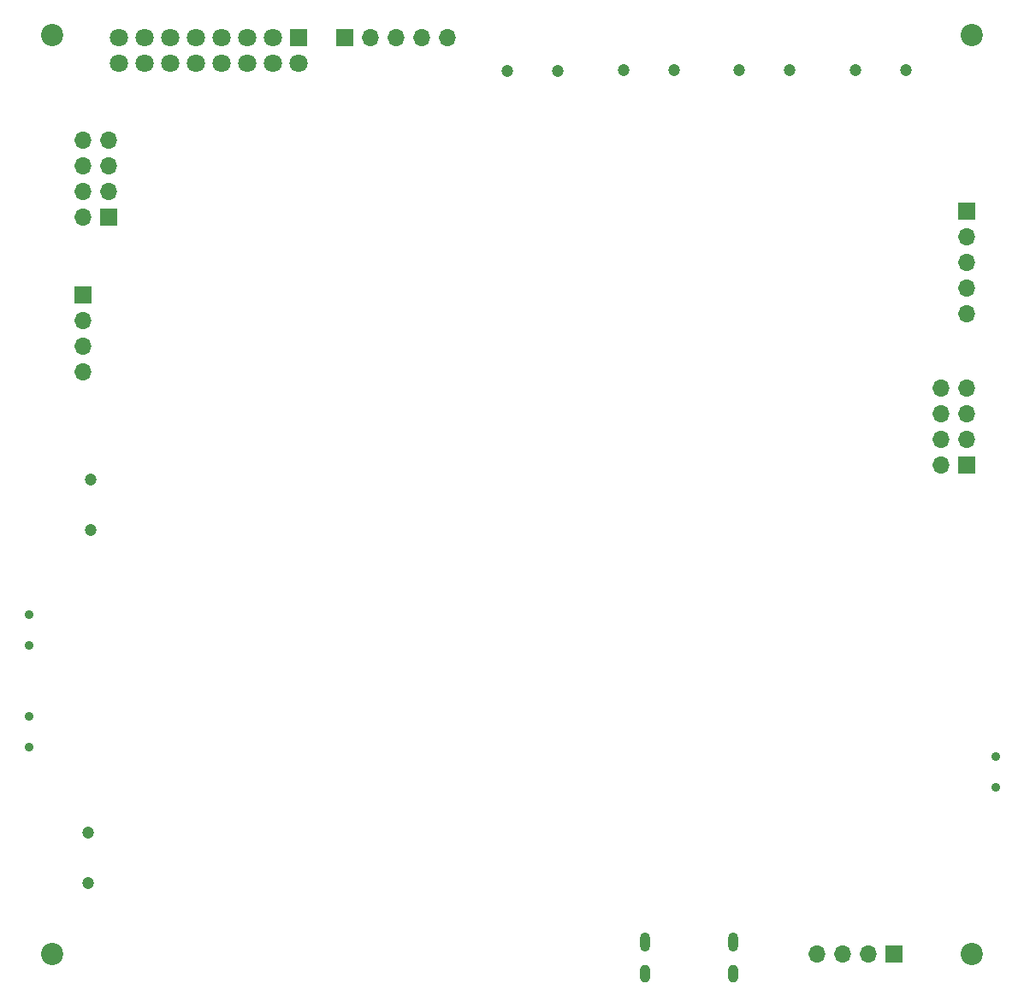
<source format=gbr>
%TF.GenerationSoftware,KiCad,Pcbnew,8.0.5*%
%TF.CreationDate,2024-10-26T23:32:17-04:00*%
%TF.ProjectId,stm-midi-poc1,73746d2d-6d69-4646-992d-706f63312e6b,1*%
%TF.SameCoordinates,Original*%
%TF.FileFunction,Soldermask,Bot*%
%TF.FilePolarity,Negative*%
%FSLAX46Y46*%
G04 Gerber Fmt 4.6, Leading zero omitted, Abs format (unit mm)*
G04 Created by KiCad (PCBNEW 8.0.5) date 2024-10-26 23:32:17*
%MOMM*%
%LPD*%
G01*
G04 APERTURE LIST*
%ADD10R,1.700000X1.700000*%
%ADD11O,1.700000X1.700000*%
%ADD12C,1.200000*%
%ADD13C,0.900000*%
%ADD14C,2.200000*%
%ADD15O,1.000000X1.900000*%
%ADD16O,1.000000X1.800000*%
%ADD17R,1.800000X1.800000*%
%ADD18C,1.800000*%
G04 APERTURE END LIST*
D10*
%TO.C,J9*%
X114500000Y-66700000D03*
D11*
X114500000Y-69240000D03*
X114500000Y-71780000D03*
X114500000Y-74320000D03*
%TD*%
D12*
%TO.C,CN4*%
X167991181Y-44478476D03*
X172991181Y-44478476D03*
%TD*%
D10*
%TO.C,J2*%
X202000000Y-58420000D03*
D11*
X202000000Y-60960000D03*
X202000000Y-63500000D03*
X202000000Y-66040000D03*
X202000000Y-68580000D03*
%TD*%
D13*
%TO.C,SW1*%
X204821181Y-115478476D03*
X204821181Y-112478476D03*
%TD*%
D12*
%TO.C,CN5*%
X114991181Y-125000000D03*
X114991181Y-120000000D03*
%TD*%
D14*
%TO.C,H3*%
X202491181Y-131978476D03*
%TD*%
D10*
%TO.C,J5*%
X194800000Y-132000000D03*
D11*
X192260000Y-132000000D03*
X189720000Y-132000000D03*
X187180000Y-132000000D03*
%TD*%
D12*
%TO.C,CN6*%
X115241181Y-90000000D03*
X115241181Y-85000000D03*
%TD*%
D13*
%TO.C,SW2*%
X109170000Y-108500000D03*
X109170000Y-111500000D03*
%TD*%
D10*
%TO.C,J3*%
X202000000Y-83580000D03*
D11*
X199460000Y-83580000D03*
X202000000Y-81040000D03*
X199460000Y-81040000D03*
X202000000Y-78500000D03*
X199460000Y-78500000D03*
X202000000Y-75960000D03*
X199460000Y-75960000D03*
%TD*%
D13*
%TO.C,SW3*%
X109170000Y-98401199D03*
X109170000Y-101401199D03*
%TD*%
D15*
%TO.C,J1*%
X170170000Y-130783476D03*
X178830000Y-130783476D03*
D16*
X178830000Y-133973476D03*
X170170000Y-133973476D03*
%TD*%
D10*
%TO.C,J6*%
X140425000Y-41198800D03*
D11*
X142965000Y-41198800D03*
X145505000Y-41198800D03*
X148045000Y-41198800D03*
X150585000Y-41198800D03*
%TD*%
D14*
%TO.C,H4*%
X111491179Y-131978478D03*
%TD*%
D12*
%TO.C,CN1*%
X190991181Y-44478472D03*
X195991181Y-44478472D03*
%TD*%
D17*
%TO.C,P1*%
X135890000Y-41230000D03*
D18*
X135890000Y-43770000D03*
X133350000Y-41230000D03*
X133350000Y-43770000D03*
X130810000Y-41230000D03*
X130810000Y-43770000D03*
X128270000Y-41230000D03*
X128270000Y-43770000D03*
X125730000Y-41230000D03*
X125730000Y-43770000D03*
X123190000Y-41230000D03*
X123190000Y-43770000D03*
X120650000Y-41230000D03*
X120650000Y-43770000D03*
X118110000Y-41230000D03*
X118110000Y-43770000D03*
%TD*%
D10*
%TO.C,J4*%
X117040000Y-59040000D03*
D11*
X114500000Y-59040000D03*
X117040000Y-56500000D03*
X114500000Y-56500000D03*
X117040000Y-53960000D03*
X114500000Y-53960000D03*
X117040000Y-51420000D03*
X114500000Y-51420000D03*
%TD*%
D12*
%TO.C,CN2*%
X156491181Y-44525976D03*
X161491181Y-44525976D03*
%TD*%
%TO.C,CN3*%
X179491181Y-44493096D03*
X184491181Y-44493096D03*
%TD*%
D14*
%TO.C,H2*%
X202491181Y-40978476D03*
%TD*%
%TO.C,H1*%
X111491181Y-40978476D03*
%TD*%
M02*

</source>
